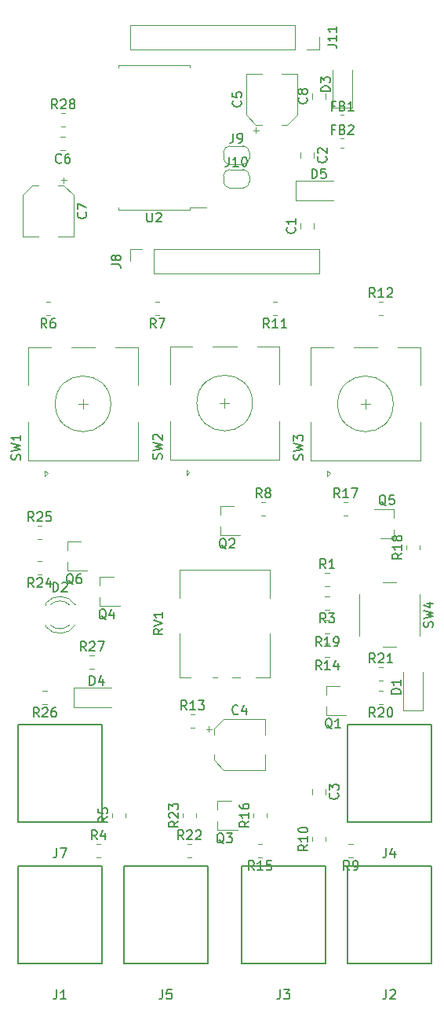
<source format=gto>
%TF.GenerationSoftware,KiCad,Pcbnew,(5.1.10)-1*%
%TF.CreationDate,2022-04-24T20:33:29+02:00*%
%TF.ProjectId,eugenio,65756765-6e69-46f2-9e6b-696361645f70,rev?*%
%TF.SameCoordinates,Original*%
%TF.FileFunction,Legend,Top*%
%TF.FilePolarity,Positive*%
%FSLAX46Y46*%
G04 Gerber Fmt 4.6, Leading zero omitted, Abs format (unit mm)*
G04 Created by KiCad (PCBNEW (5.1.10)-1) date 2022-04-24 20:33:29*
%MOMM*%
%LPD*%
G01*
G04 APERTURE LIST*
%ADD10C,0.200000*%
%ADD11C,0.120000*%
%ADD12C,0.150000*%
G04 APERTURE END LIST*
D10*
%TO.C,J2*%
X86940000Y-151480000D02*
X86940000Y-161980000D01*
X86940000Y-161980000D02*
X95940000Y-161980000D01*
X95940000Y-161980000D02*
X95940000Y-151480000D01*
X95940000Y-151480000D02*
X86940000Y-151480000D01*
%TO.C,J1*%
X60380000Y-151480000D02*
X51380000Y-151480000D01*
X60380000Y-161980000D02*
X60380000Y-151480000D01*
X51380000Y-161980000D02*
X60380000Y-161980000D01*
X51380000Y-151480000D02*
X51380000Y-161980000D01*
D11*
%TO.C,U2*%
X66040000Y-65215000D02*
X62180000Y-65215000D01*
X62180000Y-65215000D02*
X62180000Y-65505000D01*
X66040000Y-65215000D02*
X69900000Y-65215000D01*
X69900000Y-65215000D02*
X69900000Y-65505000D01*
X66040000Y-80835000D02*
X62180000Y-80835000D01*
X62180000Y-80835000D02*
X62180000Y-80545000D01*
X66040000Y-80835000D02*
X69900000Y-80835000D01*
X69900000Y-80835000D02*
X69900000Y-80545000D01*
X69900000Y-80545000D02*
X71690000Y-80545000D01*
%TO.C,J8*%
X66040000Y-87690000D02*
X66040000Y-85030000D01*
X66040000Y-87690000D02*
X83880000Y-87690000D01*
X83880000Y-87690000D02*
X83880000Y-85030000D01*
X66040000Y-85030000D02*
X83880000Y-85030000D01*
X63440000Y-85030000D02*
X64770000Y-85030000D01*
X63440000Y-86360000D02*
X63440000Y-85030000D01*
%TO.C,C3*%
X84555000Y-143248748D02*
X84555000Y-143771252D01*
X83085000Y-143248748D02*
X83085000Y-143771252D01*
%TO.C,R24*%
X53924564Y-120115000D02*
X53470436Y-120115000D01*
X53924564Y-118645000D02*
X53470436Y-118645000D01*
%TO.C,R22*%
X69622936Y-149125000D02*
X70077064Y-149125000D01*
X69622936Y-150595000D02*
X70077064Y-150595000D01*
%TO.C,RV1*%
X78530000Y-119610000D02*
X68790000Y-119610000D01*
X78530000Y-131200000D02*
X77040000Y-131200000D01*
X78530000Y-122670000D02*
X78530000Y-119610000D01*
X68780000Y-131200000D02*
X68780000Y-126480000D01*
X68790000Y-122670000D02*
X68790000Y-119610000D01*
X78530000Y-131200000D02*
X78530000Y-126480000D01*
X69970000Y-131200000D02*
X68790000Y-131200000D01*
X72870000Y-131200000D02*
X72340000Y-131200000D01*
X75320000Y-131200000D02*
X74490000Y-131200000D01*
%TO.C,R16*%
X76735000Y-146277064D02*
X76735000Y-145822936D01*
X78205000Y-146277064D02*
X78205000Y-145822936D01*
%TO.C,R15*%
X77697064Y-150595000D02*
X77242936Y-150595000D01*
X77697064Y-149125000D02*
X77242936Y-149125000D01*
%TO.C,D1*%
X92895000Y-130635000D02*
X92895000Y-134720000D01*
X92895000Y-134720000D02*
X95065000Y-134720000D01*
X95065000Y-134720000D02*
X95065000Y-130635000D01*
%TO.C,D5*%
X85420000Y-77655000D02*
X81335000Y-77655000D01*
X81335000Y-77655000D02*
X81335000Y-79825000D01*
X81335000Y-79825000D02*
X85420000Y-79825000D01*
%TO.C,SW3*%
X88860000Y-102220000D02*
X88860000Y-101220000D01*
X88360000Y-101720000D02*
X89360000Y-101720000D01*
X92360000Y-95620000D02*
X94760000Y-95620000D01*
X87560000Y-95620000D02*
X90160000Y-95620000D01*
X82960000Y-95620000D02*
X85360000Y-95620000D01*
X84760000Y-108920000D02*
X85060000Y-109220000D01*
X84760000Y-109520000D02*
X84760000Y-108920000D01*
X85060000Y-109220000D02*
X84760000Y-109520000D01*
X82960000Y-107820000D02*
X94760000Y-107820000D01*
X82960000Y-103720000D02*
X82960000Y-107820000D01*
X94760000Y-103720000D02*
X94760000Y-107820000D01*
X94760000Y-95620000D02*
X94760000Y-99720000D01*
X82960000Y-99720000D02*
X82960000Y-95620000D01*
X91860000Y-101720000D02*
G75*
G03*
X91860000Y-101720000I-3000000J0D01*
G01*
%TO.C,D4*%
X61445000Y-132265000D02*
X57360000Y-132265000D01*
X57360000Y-132265000D02*
X57360000Y-134435000D01*
X57360000Y-134435000D02*
X61445000Y-134435000D01*
%TO.C,SW2*%
X73660000Y-102132663D02*
X73660000Y-101132663D01*
X73160000Y-101632663D02*
X74160000Y-101632663D01*
X77160000Y-95532663D02*
X79560000Y-95532663D01*
X72360000Y-95532663D02*
X74960000Y-95532663D01*
X67760000Y-95532663D02*
X70160000Y-95532663D01*
X69560000Y-108832663D02*
X69860000Y-109132663D01*
X69560000Y-109432663D02*
X69560000Y-108832663D01*
X69860000Y-109132663D02*
X69560000Y-109432663D01*
X67760000Y-107732663D02*
X79560000Y-107732663D01*
X67760000Y-103632663D02*
X67760000Y-107732663D01*
X79560000Y-103632663D02*
X79560000Y-107732663D01*
X79560000Y-95532663D02*
X79560000Y-99632663D01*
X67760000Y-99632663D02*
X67760000Y-95532663D01*
X76660000Y-101632663D02*
G75*
G03*
X76660000Y-101632663I-3000000J0D01*
G01*
%TO.C,R25*%
X53470436Y-114835000D02*
X53924564Y-114835000D01*
X53470436Y-116305000D02*
X53924564Y-116305000D01*
%TO.C,C1*%
X81815000Y-82811252D02*
X81815000Y-82288748D01*
X83285000Y-82811252D02*
X83285000Y-82288748D01*
%TO.C,C2*%
X83285000Y-74668748D02*
X83285000Y-75191252D01*
X81815000Y-74668748D02*
X81815000Y-75191252D01*
%TO.C,C4*%
X78030000Y-141190000D02*
X78030000Y-139490000D01*
X78030000Y-135670000D02*
X78030000Y-137370000D01*
X73574437Y-135670000D02*
X78030000Y-135670000D01*
X73574437Y-141190000D02*
X78030000Y-141190000D01*
X72510000Y-140125563D02*
X72510000Y-139490000D01*
X72510000Y-136734437D02*
X72510000Y-137370000D01*
X72510000Y-136734437D02*
X73574437Y-135670000D01*
X72510000Y-140125563D02*
X73574437Y-141190000D01*
X71645000Y-136745000D02*
X72270000Y-136745000D01*
X71957500Y-136432500D02*
X71957500Y-137057500D01*
%TO.C,R27*%
X59105436Y-128805000D02*
X59559564Y-128805000D01*
X59105436Y-130275000D02*
X59559564Y-130275000D01*
%TO.C,C8*%
X83085000Y-68841252D02*
X83085000Y-68318748D01*
X84555000Y-68841252D02*
X84555000Y-68318748D01*
%TO.C,R28*%
X56010436Y-70385000D02*
X56464564Y-70385000D01*
X56010436Y-71855000D02*
X56464564Y-71855000D01*
%TO.C,C7*%
X51850000Y-83700000D02*
X53550000Y-83700000D01*
X57370000Y-83700000D02*
X55670000Y-83700000D01*
X57370000Y-79244437D02*
X57370000Y-83700000D01*
X51850000Y-79244437D02*
X51850000Y-83700000D01*
X52914437Y-78180000D02*
X53550000Y-78180000D01*
X56305563Y-78180000D02*
X55670000Y-78180000D01*
X56305563Y-78180000D02*
X57370000Y-79244437D01*
X52914437Y-78180000D02*
X51850000Y-79244437D01*
X56295000Y-77315000D02*
X56295000Y-77940000D01*
X56607500Y-77627500D02*
X55982500Y-77627500D01*
%TO.C,SW4*%
X88193545Y-122183950D02*
X88193545Y-126683950D01*
X92193545Y-120933950D02*
X90693545Y-120933950D01*
X94693545Y-126683950D02*
X94693545Y-122183950D01*
X90693545Y-127933950D02*
X92193545Y-127933950D01*
%TO.C,R26*%
X54479564Y-134085000D02*
X54025436Y-134085000D01*
X54479564Y-132615000D02*
X54025436Y-132615000D01*
%TO.C,R20*%
X90754564Y-134085000D02*
X90300436Y-134085000D01*
X90754564Y-132615000D02*
X90300436Y-132615000D01*
%TO.C,R19*%
X84959564Y-126465000D02*
X84505436Y-126465000D01*
X84959564Y-124995000D02*
X84505436Y-124995000D01*
%TO.C,C6*%
X56461252Y-74395000D02*
X55938748Y-74395000D01*
X56461252Y-72925000D02*
X55938748Y-72925000D01*
%TO.C,SW1*%
X58380000Y-102220000D02*
X58380000Y-101220000D01*
X57880000Y-101720000D02*
X58880000Y-101720000D01*
X61880000Y-95620000D02*
X64280000Y-95620000D01*
X57080000Y-95620000D02*
X59680000Y-95620000D01*
X52480000Y-95620000D02*
X54880000Y-95620000D01*
X54280000Y-108920000D02*
X54580000Y-109220000D01*
X54280000Y-109520000D02*
X54280000Y-108920000D01*
X54580000Y-109220000D02*
X54280000Y-109520000D01*
X52480000Y-107820000D02*
X64280000Y-107820000D01*
X52480000Y-103720000D02*
X52480000Y-107820000D01*
X64280000Y-103720000D02*
X64280000Y-107820000D01*
X64280000Y-95620000D02*
X64280000Y-99720000D01*
X52480000Y-99720000D02*
X52480000Y-95620000D01*
X61380000Y-101720000D02*
G75*
G03*
X61380000Y-101720000I-3000000J0D01*
G01*
%TO.C,R23*%
X69115000Y-146277064D02*
X69115000Y-145822936D01*
X70585000Y-146277064D02*
X70585000Y-145822936D01*
%TO.C,R21*%
X90300436Y-130075000D02*
X90754564Y-130075000D01*
X90300436Y-131545000D02*
X90754564Y-131545000D01*
%TO.C,D3*%
X85275000Y-65710000D02*
X85275000Y-69795000D01*
X85275000Y-69795000D02*
X87445000Y-69795000D01*
X87445000Y-69795000D02*
X87445000Y-65710000D01*
%TO.C,R14*%
X84959564Y-129005000D02*
X84505436Y-129005000D01*
X84959564Y-127535000D02*
X84505436Y-127535000D01*
%TO.C,R18*%
X93245000Y-117424564D02*
X93245000Y-116970436D01*
X94715000Y-117424564D02*
X94715000Y-116970436D01*
%TO.C,R6*%
X54837064Y-92175000D02*
X54382936Y-92175000D01*
X54837064Y-90705000D02*
X54382936Y-90705000D01*
%TO.C,Q2*%
X73170000Y-112720000D02*
X73170000Y-113650000D01*
X73170000Y-115880000D02*
X73170000Y-114950000D01*
X73170000Y-115880000D02*
X75330000Y-115880000D01*
X73170000Y-112720000D02*
X74630000Y-112720000D01*
%TO.C,C5*%
X81500000Y-66160000D02*
X79800000Y-66160000D01*
X75980000Y-66160000D02*
X77680000Y-66160000D01*
X75980000Y-70615563D02*
X75980000Y-66160000D01*
X81500000Y-70615563D02*
X81500000Y-66160000D01*
X80435563Y-71680000D02*
X79800000Y-71680000D01*
X77044437Y-71680000D02*
X77680000Y-71680000D01*
X77044437Y-71680000D02*
X75980000Y-70615563D01*
X80435563Y-71680000D02*
X81500000Y-70615563D01*
X77055000Y-72545000D02*
X77055000Y-71920000D01*
X76742500Y-72232500D02*
X77367500Y-72232500D01*
%TO.C,R17*%
X86490436Y-112295000D02*
X86944564Y-112295000D01*
X86490436Y-113765000D02*
X86944564Y-113765000D01*
D10*
%TO.C,J7*%
X51380000Y-136240000D02*
X51380000Y-146740000D01*
X51380000Y-146740000D02*
X60380000Y-146740000D01*
X60380000Y-146740000D02*
X60380000Y-136240000D01*
X60380000Y-136240000D02*
X51380000Y-136240000D01*
D11*
%TO.C,Q4*%
X60200000Y-120340000D02*
X60200000Y-121270000D01*
X60200000Y-123500000D02*
X60200000Y-122570000D01*
X60200000Y-123500000D02*
X62360000Y-123500000D01*
X60200000Y-120340000D02*
X61660000Y-120340000D01*
%TO.C,R12*%
X90300436Y-90705000D02*
X90754564Y-90705000D01*
X90300436Y-92175000D02*
X90754564Y-92175000D01*
D10*
%TO.C,J3*%
X75510000Y-151480000D02*
X75510000Y-161980000D01*
X75510000Y-161980000D02*
X84510000Y-161980000D01*
X84510000Y-161980000D02*
X84510000Y-151480000D01*
X84510000Y-151480000D02*
X75510000Y-151480000D01*
D11*
%TO.C,J11*%
X81280000Y-60900000D02*
X81280000Y-63560000D01*
X81280000Y-60900000D02*
X63440000Y-60900000D01*
X63440000Y-60900000D02*
X63440000Y-63560000D01*
X81280000Y-63560000D02*
X63440000Y-63560000D01*
X83880000Y-63560000D02*
X82550000Y-63560000D01*
X83880000Y-62230000D02*
X83880000Y-63560000D01*
%TO.C,Q5*%
X91930000Y-116200000D02*
X91930000Y-115270000D01*
X91930000Y-113040000D02*
X91930000Y-113970000D01*
X91930000Y-113040000D02*
X89770000Y-113040000D01*
X91930000Y-116200000D02*
X90470000Y-116200000D01*
%TO.C,Q3*%
X72900000Y-144470000D02*
X72900000Y-145400000D01*
X72900000Y-147630000D02*
X72900000Y-146700000D01*
X72900000Y-147630000D02*
X75060000Y-147630000D01*
X72900000Y-144470000D02*
X74360000Y-144470000D01*
%TO.C,R1*%
X84505436Y-119915000D02*
X84959564Y-119915000D01*
X84505436Y-121385000D02*
X84959564Y-121385000D01*
%TO.C,R11*%
X79324564Y-92175000D02*
X78870436Y-92175000D01*
X79324564Y-90705000D02*
X78870436Y-90705000D01*
%TO.C,Q1*%
X84600000Y-132090000D02*
X84600000Y-133020000D01*
X84600000Y-135250000D02*
X84600000Y-134320000D01*
X84600000Y-135250000D02*
X86760000Y-135250000D01*
X84600000Y-132090000D02*
X86060000Y-132090000D01*
%TO.C,FB2*%
X86197221Y-73150000D02*
X86522779Y-73150000D01*
X86197221Y-74170000D02*
X86522779Y-74170000D01*
%TO.C,FB1*%
X86197221Y-71630000D02*
X86522779Y-71630000D01*
X86197221Y-70610000D02*
X86522779Y-70610000D01*
%TO.C,R13*%
X69980436Y-135155000D02*
X70434564Y-135155000D01*
X69980436Y-136625000D02*
X70434564Y-136625000D01*
%TO.C,R10*%
X83085000Y-148817064D02*
X83085000Y-148362936D01*
X84555000Y-148817064D02*
X84555000Y-148362936D01*
%TO.C,J10*%
X73530000Y-77770000D02*
X73530000Y-77170000D01*
X75630000Y-78470000D02*
X74230000Y-78470000D01*
X76330000Y-77170000D02*
X76330000Y-77770000D01*
X74230000Y-76470000D02*
X75630000Y-76470000D01*
X73530000Y-77170000D02*
G75*
G02*
X74230000Y-76470000I700000J0D01*
G01*
X74230000Y-78470000D02*
G75*
G02*
X73530000Y-77770000I0J700000D01*
G01*
X76330000Y-77770000D02*
G75*
G02*
X75630000Y-78470000I-700000J0D01*
G01*
X75630000Y-76470000D02*
G75*
G02*
X76330000Y-77170000I0J-700000D01*
G01*
%TO.C,J9*%
X73530000Y-75230000D02*
X73530000Y-74630000D01*
X75630000Y-75930000D02*
X74230000Y-75930000D01*
X76330000Y-74630000D02*
X76330000Y-75230000D01*
X74230000Y-73930000D02*
X75630000Y-73930000D01*
X73530000Y-74630000D02*
G75*
G02*
X74230000Y-73930000I700000J0D01*
G01*
X74230000Y-75930000D02*
G75*
G02*
X73530000Y-75230000I0J700000D01*
G01*
X76330000Y-75230000D02*
G75*
G02*
X75630000Y-75930000I-700000J0D01*
G01*
X75630000Y-73930000D02*
G75*
G02*
X76330000Y-74630000I0J-700000D01*
G01*
%TO.C,R8*%
X77600436Y-112295000D02*
X78054564Y-112295000D01*
X77600436Y-113765000D02*
X78054564Y-113765000D01*
%TO.C,R7*%
X66624564Y-92175000D02*
X66170436Y-92175000D01*
X66624564Y-90705000D02*
X66170436Y-90705000D01*
%TO.C,R4*%
X59820436Y-149125000D02*
X60274564Y-149125000D01*
X59820436Y-150595000D02*
X60274564Y-150595000D01*
D10*
%TO.C,J5*%
X71810000Y-151480000D02*
X62810000Y-151480000D01*
X71810000Y-161980000D02*
X71810000Y-151480000D01*
X62810000Y-161980000D02*
X71810000Y-161980000D01*
X62810000Y-151480000D02*
X62810000Y-161980000D01*
D11*
%TO.C,D2*%
X54320000Y-125540000D02*
X54320000Y-125696000D01*
X54320000Y-123224000D02*
X54320000Y-123380000D01*
X56921130Y-125539837D02*
G75*
G02*
X54839039Y-125540000I-1041130J1079837D01*
G01*
X56921130Y-123380163D02*
G75*
G03*
X54839039Y-123380000I-1041130J-1079837D01*
G01*
X57552335Y-125538608D02*
G75*
G02*
X54320000Y-125695516I-1672335J1078608D01*
G01*
X57552335Y-123381392D02*
G75*
G03*
X54320000Y-123224484I-1672335J-1078608D01*
G01*
%TO.C,R5*%
X61495000Y-146277064D02*
X61495000Y-145822936D01*
X62965000Y-146277064D02*
X62965000Y-145822936D01*
%TO.C,R3*%
X84959564Y-123925000D02*
X84505436Y-123925000D01*
X84959564Y-122455000D02*
X84505436Y-122455000D01*
%TO.C,Q6*%
X56660000Y-116530000D02*
X56660000Y-117460000D01*
X56660000Y-119690000D02*
X56660000Y-118760000D01*
X56660000Y-119690000D02*
X58820000Y-119690000D01*
X56660000Y-116530000D02*
X58120000Y-116530000D01*
D10*
%TO.C,J4*%
X95940000Y-136240000D02*
X86940000Y-136240000D01*
X95940000Y-146740000D02*
X95940000Y-136240000D01*
X86940000Y-146740000D02*
X95940000Y-146740000D01*
X86940000Y-136240000D02*
X86940000Y-146740000D01*
D11*
%TO.C,R9*%
X87499564Y-150595000D02*
X87045436Y-150595000D01*
X87499564Y-149125000D02*
X87045436Y-149125000D01*
%TO.C,J2*%
D12*
X91106666Y-164832380D02*
X91106666Y-165546666D01*
X91059047Y-165689523D01*
X90963809Y-165784761D01*
X90820952Y-165832380D01*
X90725714Y-165832380D01*
X91535238Y-164927619D02*
X91582857Y-164880000D01*
X91678095Y-164832380D01*
X91916190Y-164832380D01*
X92011428Y-164880000D01*
X92059047Y-164927619D01*
X92106666Y-165022857D01*
X92106666Y-165118095D01*
X92059047Y-165260952D01*
X91487619Y-165832380D01*
X92106666Y-165832380D01*
%TO.C,J1*%
X55546666Y-164832380D02*
X55546666Y-165546666D01*
X55499047Y-165689523D01*
X55403809Y-165784761D01*
X55260952Y-165832380D01*
X55165714Y-165832380D01*
X56546666Y-165832380D02*
X55975238Y-165832380D01*
X56260952Y-165832380D02*
X56260952Y-164832380D01*
X56165714Y-164975238D01*
X56070476Y-165070476D01*
X55975238Y-165118095D01*
%TO.C,U2*%
X65278095Y-81127380D02*
X65278095Y-81936904D01*
X65325714Y-82032142D01*
X65373333Y-82079761D01*
X65468571Y-82127380D01*
X65659047Y-82127380D01*
X65754285Y-82079761D01*
X65801904Y-82032142D01*
X65849523Y-81936904D01*
X65849523Y-81127380D01*
X66278095Y-81222619D02*
X66325714Y-81175000D01*
X66420952Y-81127380D01*
X66659047Y-81127380D01*
X66754285Y-81175000D01*
X66801904Y-81222619D01*
X66849523Y-81317857D01*
X66849523Y-81413095D01*
X66801904Y-81555952D01*
X66230476Y-82127380D01*
X66849523Y-82127380D01*
%TO.C,J8*%
X61452380Y-86693333D02*
X62166666Y-86693333D01*
X62309523Y-86740952D01*
X62404761Y-86836190D01*
X62452380Y-86979047D01*
X62452380Y-87074285D01*
X61880952Y-86074285D02*
X61833333Y-86169523D01*
X61785714Y-86217142D01*
X61690476Y-86264761D01*
X61642857Y-86264761D01*
X61547619Y-86217142D01*
X61500000Y-86169523D01*
X61452380Y-86074285D01*
X61452380Y-85883809D01*
X61500000Y-85788571D01*
X61547619Y-85740952D01*
X61642857Y-85693333D01*
X61690476Y-85693333D01*
X61785714Y-85740952D01*
X61833333Y-85788571D01*
X61880952Y-85883809D01*
X61880952Y-86074285D01*
X61928571Y-86169523D01*
X61976190Y-86217142D01*
X62071428Y-86264761D01*
X62261904Y-86264761D01*
X62357142Y-86217142D01*
X62404761Y-86169523D01*
X62452380Y-86074285D01*
X62452380Y-85883809D01*
X62404761Y-85788571D01*
X62357142Y-85740952D01*
X62261904Y-85693333D01*
X62071428Y-85693333D01*
X61976190Y-85740952D01*
X61928571Y-85788571D01*
X61880952Y-85883809D01*
%TO.C,C3*%
X85857142Y-143676666D02*
X85904761Y-143724285D01*
X85952380Y-143867142D01*
X85952380Y-143962380D01*
X85904761Y-144105238D01*
X85809523Y-144200476D01*
X85714285Y-144248095D01*
X85523809Y-144295714D01*
X85380952Y-144295714D01*
X85190476Y-144248095D01*
X85095238Y-144200476D01*
X85000000Y-144105238D01*
X84952380Y-143962380D01*
X84952380Y-143867142D01*
X85000000Y-143724285D01*
X85047619Y-143676666D01*
X84952380Y-143343333D02*
X84952380Y-142724285D01*
X85333333Y-143057619D01*
X85333333Y-142914761D01*
X85380952Y-142819523D01*
X85428571Y-142771904D01*
X85523809Y-142724285D01*
X85761904Y-142724285D01*
X85857142Y-142771904D01*
X85904761Y-142819523D01*
X85952380Y-142914761D01*
X85952380Y-143200476D01*
X85904761Y-143295714D01*
X85857142Y-143343333D01*
%TO.C,R24*%
X53054642Y-121482380D02*
X52721309Y-121006190D01*
X52483214Y-121482380D02*
X52483214Y-120482380D01*
X52864166Y-120482380D01*
X52959404Y-120530000D01*
X53007023Y-120577619D01*
X53054642Y-120672857D01*
X53054642Y-120815714D01*
X53007023Y-120910952D01*
X52959404Y-120958571D01*
X52864166Y-121006190D01*
X52483214Y-121006190D01*
X53435595Y-120577619D02*
X53483214Y-120530000D01*
X53578452Y-120482380D01*
X53816547Y-120482380D01*
X53911785Y-120530000D01*
X53959404Y-120577619D01*
X54007023Y-120672857D01*
X54007023Y-120768095D01*
X53959404Y-120910952D01*
X53387976Y-121482380D01*
X54007023Y-121482380D01*
X54864166Y-120815714D02*
X54864166Y-121482380D01*
X54626071Y-120434761D02*
X54387976Y-121149047D01*
X55007023Y-121149047D01*
%TO.C,R22*%
X69207142Y-148662380D02*
X68873809Y-148186190D01*
X68635714Y-148662380D02*
X68635714Y-147662380D01*
X69016666Y-147662380D01*
X69111904Y-147710000D01*
X69159523Y-147757619D01*
X69207142Y-147852857D01*
X69207142Y-147995714D01*
X69159523Y-148090952D01*
X69111904Y-148138571D01*
X69016666Y-148186190D01*
X68635714Y-148186190D01*
X69588095Y-147757619D02*
X69635714Y-147710000D01*
X69730952Y-147662380D01*
X69969047Y-147662380D01*
X70064285Y-147710000D01*
X70111904Y-147757619D01*
X70159523Y-147852857D01*
X70159523Y-147948095D01*
X70111904Y-148090952D01*
X69540476Y-148662380D01*
X70159523Y-148662380D01*
X70540476Y-147757619D02*
X70588095Y-147710000D01*
X70683333Y-147662380D01*
X70921428Y-147662380D01*
X71016666Y-147710000D01*
X71064285Y-147757619D01*
X71111904Y-147852857D01*
X71111904Y-147948095D01*
X71064285Y-148090952D01*
X70492857Y-148662380D01*
X71111904Y-148662380D01*
%TO.C,RV1*%
X66972380Y-125965238D02*
X66496190Y-126298571D01*
X66972380Y-126536666D02*
X65972380Y-126536666D01*
X65972380Y-126155714D01*
X66020000Y-126060476D01*
X66067619Y-126012857D01*
X66162857Y-125965238D01*
X66305714Y-125965238D01*
X66400952Y-126012857D01*
X66448571Y-126060476D01*
X66496190Y-126155714D01*
X66496190Y-126536666D01*
X65972380Y-125679523D02*
X66972380Y-125346190D01*
X65972380Y-125012857D01*
X66972380Y-124155714D02*
X66972380Y-124727142D01*
X66972380Y-124441428D02*
X65972380Y-124441428D01*
X66115238Y-124536666D01*
X66210476Y-124631904D01*
X66258095Y-124727142D01*
%TO.C,R16*%
X76272380Y-146692857D02*
X75796190Y-147026190D01*
X76272380Y-147264285D02*
X75272380Y-147264285D01*
X75272380Y-146883333D01*
X75320000Y-146788095D01*
X75367619Y-146740476D01*
X75462857Y-146692857D01*
X75605714Y-146692857D01*
X75700952Y-146740476D01*
X75748571Y-146788095D01*
X75796190Y-146883333D01*
X75796190Y-147264285D01*
X76272380Y-145740476D02*
X76272380Y-146311904D01*
X76272380Y-146026190D02*
X75272380Y-146026190D01*
X75415238Y-146121428D01*
X75510476Y-146216666D01*
X75558095Y-146311904D01*
X75272380Y-144883333D02*
X75272380Y-145073809D01*
X75320000Y-145169047D01*
X75367619Y-145216666D01*
X75510476Y-145311904D01*
X75700952Y-145359523D01*
X76081904Y-145359523D01*
X76177142Y-145311904D01*
X76224761Y-145264285D01*
X76272380Y-145169047D01*
X76272380Y-144978571D01*
X76224761Y-144883333D01*
X76177142Y-144835714D01*
X76081904Y-144788095D01*
X75843809Y-144788095D01*
X75748571Y-144835714D01*
X75700952Y-144883333D01*
X75653333Y-144978571D01*
X75653333Y-145169047D01*
X75700952Y-145264285D01*
X75748571Y-145311904D01*
X75843809Y-145359523D01*
%TO.C,R15*%
X76827142Y-151962380D02*
X76493809Y-151486190D01*
X76255714Y-151962380D02*
X76255714Y-150962380D01*
X76636666Y-150962380D01*
X76731904Y-151010000D01*
X76779523Y-151057619D01*
X76827142Y-151152857D01*
X76827142Y-151295714D01*
X76779523Y-151390952D01*
X76731904Y-151438571D01*
X76636666Y-151486190D01*
X76255714Y-151486190D01*
X77779523Y-151962380D02*
X77208095Y-151962380D01*
X77493809Y-151962380D02*
X77493809Y-150962380D01*
X77398571Y-151105238D01*
X77303333Y-151200476D01*
X77208095Y-151248095D01*
X78684285Y-150962380D02*
X78208095Y-150962380D01*
X78160476Y-151438571D01*
X78208095Y-151390952D01*
X78303333Y-151343333D01*
X78541428Y-151343333D01*
X78636666Y-151390952D01*
X78684285Y-151438571D01*
X78731904Y-151533809D01*
X78731904Y-151771904D01*
X78684285Y-151867142D01*
X78636666Y-151914761D01*
X78541428Y-151962380D01*
X78303333Y-151962380D01*
X78208095Y-151914761D01*
X78160476Y-151867142D01*
%TO.C,D1*%
X92652380Y-132973095D02*
X91652380Y-132973095D01*
X91652380Y-132735000D01*
X91700000Y-132592142D01*
X91795238Y-132496904D01*
X91890476Y-132449285D01*
X92080952Y-132401666D01*
X92223809Y-132401666D01*
X92414285Y-132449285D01*
X92509523Y-132496904D01*
X92604761Y-132592142D01*
X92652380Y-132735000D01*
X92652380Y-132973095D01*
X92652380Y-131449285D02*
X92652380Y-132020714D01*
X92652380Y-131735000D02*
X91652380Y-131735000D01*
X91795238Y-131830238D01*
X91890476Y-131925476D01*
X91938095Y-132020714D01*
%TO.C,D5*%
X83081904Y-77412380D02*
X83081904Y-76412380D01*
X83320000Y-76412380D01*
X83462857Y-76460000D01*
X83558095Y-76555238D01*
X83605714Y-76650476D01*
X83653333Y-76840952D01*
X83653333Y-76983809D01*
X83605714Y-77174285D01*
X83558095Y-77269523D01*
X83462857Y-77364761D01*
X83320000Y-77412380D01*
X83081904Y-77412380D01*
X84558095Y-76412380D02*
X84081904Y-76412380D01*
X84034285Y-76888571D01*
X84081904Y-76840952D01*
X84177142Y-76793333D01*
X84415238Y-76793333D01*
X84510476Y-76840952D01*
X84558095Y-76888571D01*
X84605714Y-76983809D01*
X84605714Y-77221904D01*
X84558095Y-77317142D01*
X84510476Y-77364761D01*
X84415238Y-77412380D01*
X84177142Y-77412380D01*
X84081904Y-77364761D01*
X84034285Y-77317142D01*
%TO.C,SW3*%
X82064761Y-107753333D02*
X82112380Y-107610476D01*
X82112380Y-107372380D01*
X82064761Y-107277142D01*
X82017142Y-107229523D01*
X81921904Y-107181904D01*
X81826666Y-107181904D01*
X81731428Y-107229523D01*
X81683809Y-107277142D01*
X81636190Y-107372380D01*
X81588571Y-107562857D01*
X81540952Y-107658095D01*
X81493333Y-107705714D01*
X81398095Y-107753333D01*
X81302857Y-107753333D01*
X81207619Y-107705714D01*
X81160000Y-107658095D01*
X81112380Y-107562857D01*
X81112380Y-107324761D01*
X81160000Y-107181904D01*
X81112380Y-106848571D02*
X82112380Y-106610476D01*
X81398095Y-106420000D01*
X82112380Y-106229523D01*
X81112380Y-105991428D01*
X81112380Y-105705714D02*
X81112380Y-105086666D01*
X81493333Y-105420000D01*
X81493333Y-105277142D01*
X81540952Y-105181904D01*
X81588571Y-105134285D01*
X81683809Y-105086666D01*
X81921904Y-105086666D01*
X82017142Y-105134285D01*
X82064761Y-105181904D01*
X82112380Y-105277142D01*
X82112380Y-105562857D01*
X82064761Y-105658095D01*
X82017142Y-105705714D01*
%TO.C,D4*%
X59106904Y-132022380D02*
X59106904Y-131022380D01*
X59345000Y-131022380D01*
X59487857Y-131070000D01*
X59583095Y-131165238D01*
X59630714Y-131260476D01*
X59678333Y-131450952D01*
X59678333Y-131593809D01*
X59630714Y-131784285D01*
X59583095Y-131879523D01*
X59487857Y-131974761D01*
X59345000Y-132022380D01*
X59106904Y-132022380D01*
X60535476Y-131355714D02*
X60535476Y-132022380D01*
X60297380Y-130974761D02*
X60059285Y-131689047D01*
X60678333Y-131689047D01*
%TO.C,SW2*%
X66864761Y-107665996D02*
X66912380Y-107523139D01*
X66912380Y-107285043D01*
X66864761Y-107189805D01*
X66817142Y-107142186D01*
X66721904Y-107094567D01*
X66626666Y-107094567D01*
X66531428Y-107142186D01*
X66483809Y-107189805D01*
X66436190Y-107285043D01*
X66388571Y-107475520D01*
X66340952Y-107570758D01*
X66293333Y-107618377D01*
X66198095Y-107665996D01*
X66102857Y-107665996D01*
X66007619Y-107618377D01*
X65960000Y-107570758D01*
X65912380Y-107475520D01*
X65912380Y-107237424D01*
X65960000Y-107094567D01*
X65912380Y-106761234D02*
X66912380Y-106523139D01*
X66198095Y-106332663D01*
X66912380Y-106142186D01*
X65912380Y-105904091D01*
X66007619Y-105570758D02*
X65960000Y-105523139D01*
X65912380Y-105427901D01*
X65912380Y-105189805D01*
X65960000Y-105094567D01*
X66007619Y-105046948D01*
X66102857Y-104999329D01*
X66198095Y-104999329D01*
X66340952Y-105046948D01*
X66912380Y-105618377D01*
X66912380Y-104999329D01*
%TO.C,R25*%
X53054642Y-114372380D02*
X52721309Y-113896190D01*
X52483214Y-114372380D02*
X52483214Y-113372380D01*
X52864166Y-113372380D01*
X52959404Y-113420000D01*
X53007023Y-113467619D01*
X53054642Y-113562857D01*
X53054642Y-113705714D01*
X53007023Y-113800952D01*
X52959404Y-113848571D01*
X52864166Y-113896190D01*
X52483214Y-113896190D01*
X53435595Y-113467619D02*
X53483214Y-113420000D01*
X53578452Y-113372380D01*
X53816547Y-113372380D01*
X53911785Y-113420000D01*
X53959404Y-113467619D01*
X54007023Y-113562857D01*
X54007023Y-113658095D01*
X53959404Y-113800952D01*
X53387976Y-114372380D01*
X54007023Y-114372380D01*
X54911785Y-113372380D02*
X54435595Y-113372380D01*
X54387976Y-113848571D01*
X54435595Y-113800952D01*
X54530833Y-113753333D01*
X54768928Y-113753333D01*
X54864166Y-113800952D01*
X54911785Y-113848571D01*
X54959404Y-113943809D01*
X54959404Y-114181904D01*
X54911785Y-114277142D01*
X54864166Y-114324761D01*
X54768928Y-114372380D01*
X54530833Y-114372380D01*
X54435595Y-114324761D01*
X54387976Y-114277142D01*
%TO.C,C1*%
X81227142Y-82716666D02*
X81274761Y-82764285D01*
X81322380Y-82907142D01*
X81322380Y-83002380D01*
X81274761Y-83145238D01*
X81179523Y-83240476D01*
X81084285Y-83288095D01*
X80893809Y-83335714D01*
X80750952Y-83335714D01*
X80560476Y-83288095D01*
X80465238Y-83240476D01*
X80370000Y-83145238D01*
X80322380Y-83002380D01*
X80322380Y-82907142D01*
X80370000Y-82764285D01*
X80417619Y-82716666D01*
X81322380Y-81764285D02*
X81322380Y-82335714D01*
X81322380Y-82050000D02*
X80322380Y-82050000D01*
X80465238Y-82145238D01*
X80560476Y-82240476D01*
X80608095Y-82335714D01*
%TO.C,C2*%
X84587142Y-75096666D02*
X84634761Y-75144285D01*
X84682380Y-75287142D01*
X84682380Y-75382380D01*
X84634761Y-75525238D01*
X84539523Y-75620476D01*
X84444285Y-75668095D01*
X84253809Y-75715714D01*
X84110952Y-75715714D01*
X83920476Y-75668095D01*
X83825238Y-75620476D01*
X83730000Y-75525238D01*
X83682380Y-75382380D01*
X83682380Y-75287142D01*
X83730000Y-75144285D01*
X83777619Y-75096666D01*
X83777619Y-74715714D02*
X83730000Y-74668095D01*
X83682380Y-74572857D01*
X83682380Y-74334761D01*
X83730000Y-74239523D01*
X83777619Y-74191904D01*
X83872857Y-74144285D01*
X83968095Y-74144285D01*
X84110952Y-74191904D01*
X84682380Y-74763333D01*
X84682380Y-74144285D01*
%TO.C,C4*%
X75103333Y-135087142D02*
X75055714Y-135134761D01*
X74912857Y-135182380D01*
X74817619Y-135182380D01*
X74674761Y-135134761D01*
X74579523Y-135039523D01*
X74531904Y-134944285D01*
X74484285Y-134753809D01*
X74484285Y-134610952D01*
X74531904Y-134420476D01*
X74579523Y-134325238D01*
X74674761Y-134230000D01*
X74817619Y-134182380D01*
X74912857Y-134182380D01*
X75055714Y-134230000D01*
X75103333Y-134277619D01*
X75960476Y-134515714D02*
X75960476Y-135182380D01*
X75722380Y-134134761D02*
X75484285Y-134849047D01*
X76103333Y-134849047D01*
%TO.C,R27*%
X58689642Y-128342380D02*
X58356309Y-127866190D01*
X58118214Y-128342380D02*
X58118214Y-127342380D01*
X58499166Y-127342380D01*
X58594404Y-127390000D01*
X58642023Y-127437619D01*
X58689642Y-127532857D01*
X58689642Y-127675714D01*
X58642023Y-127770952D01*
X58594404Y-127818571D01*
X58499166Y-127866190D01*
X58118214Y-127866190D01*
X59070595Y-127437619D02*
X59118214Y-127390000D01*
X59213452Y-127342380D01*
X59451547Y-127342380D01*
X59546785Y-127390000D01*
X59594404Y-127437619D01*
X59642023Y-127532857D01*
X59642023Y-127628095D01*
X59594404Y-127770952D01*
X59022976Y-128342380D01*
X59642023Y-128342380D01*
X59975357Y-127342380D02*
X60642023Y-127342380D01*
X60213452Y-128342380D01*
%TO.C,C8*%
X82497142Y-68746666D02*
X82544761Y-68794285D01*
X82592380Y-68937142D01*
X82592380Y-69032380D01*
X82544761Y-69175238D01*
X82449523Y-69270476D01*
X82354285Y-69318095D01*
X82163809Y-69365714D01*
X82020952Y-69365714D01*
X81830476Y-69318095D01*
X81735238Y-69270476D01*
X81640000Y-69175238D01*
X81592380Y-69032380D01*
X81592380Y-68937142D01*
X81640000Y-68794285D01*
X81687619Y-68746666D01*
X82020952Y-68175238D02*
X81973333Y-68270476D01*
X81925714Y-68318095D01*
X81830476Y-68365714D01*
X81782857Y-68365714D01*
X81687619Y-68318095D01*
X81640000Y-68270476D01*
X81592380Y-68175238D01*
X81592380Y-67984761D01*
X81640000Y-67889523D01*
X81687619Y-67841904D01*
X81782857Y-67794285D01*
X81830476Y-67794285D01*
X81925714Y-67841904D01*
X81973333Y-67889523D01*
X82020952Y-67984761D01*
X82020952Y-68175238D01*
X82068571Y-68270476D01*
X82116190Y-68318095D01*
X82211428Y-68365714D01*
X82401904Y-68365714D01*
X82497142Y-68318095D01*
X82544761Y-68270476D01*
X82592380Y-68175238D01*
X82592380Y-67984761D01*
X82544761Y-67889523D01*
X82497142Y-67841904D01*
X82401904Y-67794285D01*
X82211428Y-67794285D01*
X82116190Y-67841904D01*
X82068571Y-67889523D01*
X82020952Y-67984761D01*
%TO.C,R28*%
X55594642Y-69922380D02*
X55261309Y-69446190D01*
X55023214Y-69922380D02*
X55023214Y-68922380D01*
X55404166Y-68922380D01*
X55499404Y-68970000D01*
X55547023Y-69017619D01*
X55594642Y-69112857D01*
X55594642Y-69255714D01*
X55547023Y-69350952D01*
X55499404Y-69398571D01*
X55404166Y-69446190D01*
X55023214Y-69446190D01*
X55975595Y-69017619D02*
X56023214Y-68970000D01*
X56118452Y-68922380D01*
X56356547Y-68922380D01*
X56451785Y-68970000D01*
X56499404Y-69017619D01*
X56547023Y-69112857D01*
X56547023Y-69208095D01*
X56499404Y-69350952D01*
X55927976Y-69922380D01*
X56547023Y-69922380D01*
X57118452Y-69350952D02*
X57023214Y-69303333D01*
X56975595Y-69255714D01*
X56927976Y-69160476D01*
X56927976Y-69112857D01*
X56975595Y-69017619D01*
X57023214Y-68970000D01*
X57118452Y-68922380D01*
X57308928Y-68922380D01*
X57404166Y-68970000D01*
X57451785Y-69017619D01*
X57499404Y-69112857D01*
X57499404Y-69160476D01*
X57451785Y-69255714D01*
X57404166Y-69303333D01*
X57308928Y-69350952D01*
X57118452Y-69350952D01*
X57023214Y-69398571D01*
X56975595Y-69446190D01*
X56927976Y-69541428D01*
X56927976Y-69731904D01*
X56975595Y-69827142D01*
X57023214Y-69874761D01*
X57118452Y-69922380D01*
X57308928Y-69922380D01*
X57404166Y-69874761D01*
X57451785Y-69827142D01*
X57499404Y-69731904D01*
X57499404Y-69541428D01*
X57451785Y-69446190D01*
X57404166Y-69398571D01*
X57308928Y-69350952D01*
%TO.C,C7*%
X58667142Y-81106666D02*
X58714761Y-81154285D01*
X58762380Y-81297142D01*
X58762380Y-81392380D01*
X58714761Y-81535238D01*
X58619523Y-81630476D01*
X58524285Y-81678095D01*
X58333809Y-81725714D01*
X58190952Y-81725714D01*
X58000476Y-81678095D01*
X57905238Y-81630476D01*
X57810000Y-81535238D01*
X57762380Y-81392380D01*
X57762380Y-81297142D01*
X57810000Y-81154285D01*
X57857619Y-81106666D01*
X57762380Y-80773333D02*
X57762380Y-80106666D01*
X58762380Y-80535238D01*
%TO.C,SW4*%
X96098306Y-125767283D02*
X96145925Y-125624426D01*
X96145925Y-125386330D01*
X96098306Y-125291092D01*
X96050687Y-125243473D01*
X95955449Y-125195854D01*
X95860211Y-125195854D01*
X95764973Y-125243473D01*
X95717354Y-125291092D01*
X95669735Y-125386330D01*
X95622116Y-125576807D01*
X95574497Y-125672045D01*
X95526878Y-125719664D01*
X95431640Y-125767283D01*
X95336402Y-125767283D01*
X95241164Y-125719664D01*
X95193545Y-125672045D01*
X95145925Y-125576807D01*
X95145925Y-125338711D01*
X95193545Y-125195854D01*
X95145925Y-124862521D02*
X96145925Y-124624426D01*
X95431640Y-124433950D01*
X96145925Y-124243473D01*
X95145925Y-124005378D01*
X95479259Y-123195854D02*
X96145925Y-123195854D01*
X95098306Y-123433950D02*
X95812592Y-123672045D01*
X95812592Y-123052997D01*
%TO.C,R26*%
X53609642Y-135452380D02*
X53276309Y-134976190D01*
X53038214Y-135452380D02*
X53038214Y-134452380D01*
X53419166Y-134452380D01*
X53514404Y-134500000D01*
X53562023Y-134547619D01*
X53609642Y-134642857D01*
X53609642Y-134785714D01*
X53562023Y-134880952D01*
X53514404Y-134928571D01*
X53419166Y-134976190D01*
X53038214Y-134976190D01*
X53990595Y-134547619D02*
X54038214Y-134500000D01*
X54133452Y-134452380D01*
X54371547Y-134452380D01*
X54466785Y-134500000D01*
X54514404Y-134547619D01*
X54562023Y-134642857D01*
X54562023Y-134738095D01*
X54514404Y-134880952D01*
X53942976Y-135452380D01*
X54562023Y-135452380D01*
X55419166Y-134452380D02*
X55228690Y-134452380D01*
X55133452Y-134500000D01*
X55085833Y-134547619D01*
X54990595Y-134690476D01*
X54942976Y-134880952D01*
X54942976Y-135261904D01*
X54990595Y-135357142D01*
X55038214Y-135404761D01*
X55133452Y-135452380D01*
X55323928Y-135452380D01*
X55419166Y-135404761D01*
X55466785Y-135357142D01*
X55514404Y-135261904D01*
X55514404Y-135023809D01*
X55466785Y-134928571D01*
X55419166Y-134880952D01*
X55323928Y-134833333D01*
X55133452Y-134833333D01*
X55038214Y-134880952D01*
X54990595Y-134928571D01*
X54942976Y-135023809D01*
%TO.C,R20*%
X89884642Y-135452380D02*
X89551309Y-134976190D01*
X89313214Y-135452380D02*
X89313214Y-134452380D01*
X89694166Y-134452380D01*
X89789404Y-134500000D01*
X89837023Y-134547619D01*
X89884642Y-134642857D01*
X89884642Y-134785714D01*
X89837023Y-134880952D01*
X89789404Y-134928571D01*
X89694166Y-134976190D01*
X89313214Y-134976190D01*
X90265595Y-134547619D02*
X90313214Y-134500000D01*
X90408452Y-134452380D01*
X90646547Y-134452380D01*
X90741785Y-134500000D01*
X90789404Y-134547619D01*
X90837023Y-134642857D01*
X90837023Y-134738095D01*
X90789404Y-134880952D01*
X90217976Y-135452380D01*
X90837023Y-135452380D01*
X91456071Y-134452380D02*
X91551309Y-134452380D01*
X91646547Y-134500000D01*
X91694166Y-134547619D01*
X91741785Y-134642857D01*
X91789404Y-134833333D01*
X91789404Y-135071428D01*
X91741785Y-135261904D01*
X91694166Y-135357142D01*
X91646547Y-135404761D01*
X91551309Y-135452380D01*
X91456071Y-135452380D01*
X91360833Y-135404761D01*
X91313214Y-135357142D01*
X91265595Y-135261904D01*
X91217976Y-135071428D01*
X91217976Y-134833333D01*
X91265595Y-134642857D01*
X91313214Y-134547619D01*
X91360833Y-134500000D01*
X91456071Y-134452380D01*
%TO.C,R19*%
X84089642Y-127832380D02*
X83756309Y-127356190D01*
X83518214Y-127832380D02*
X83518214Y-126832380D01*
X83899166Y-126832380D01*
X83994404Y-126880000D01*
X84042023Y-126927619D01*
X84089642Y-127022857D01*
X84089642Y-127165714D01*
X84042023Y-127260952D01*
X83994404Y-127308571D01*
X83899166Y-127356190D01*
X83518214Y-127356190D01*
X85042023Y-127832380D02*
X84470595Y-127832380D01*
X84756309Y-127832380D02*
X84756309Y-126832380D01*
X84661071Y-126975238D01*
X84565833Y-127070476D01*
X84470595Y-127118095D01*
X85518214Y-127832380D02*
X85708690Y-127832380D01*
X85803928Y-127784761D01*
X85851547Y-127737142D01*
X85946785Y-127594285D01*
X85994404Y-127403809D01*
X85994404Y-127022857D01*
X85946785Y-126927619D01*
X85899166Y-126880000D01*
X85803928Y-126832380D01*
X85613452Y-126832380D01*
X85518214Y-126880000D01*
X85470595Y-126927619D01*
X85422976Y-127022857D01*
X85422976Y-127260952D01*
X85470595Y-127356190D01*
X85518214Y-127403809D01*
X85613452Y-127451428D01*
X85803928Y-127451428D01*
X85899166Y-127403809D01*
X85946785Y-127356190D01*
X85994404Y-127260952D01*
%TO.C,C6*%
X56033333Y-75697142D02*
X55985714Y-75744761D01*
X55842857Y-75792380D01*
X55747619Y-75792380D01*
X55604761Y-75744761D01*
X55509523Y-75649523D01*
X55461904Y-75554285D01*
X55414285Y-75363809D01*
X55414285Y-75220952D01*
X55461904Y-75030476D01*
X55509523Y-74935238D01*
X55604761Y-74840000D01*
X55747619Y-74792380D01*
X55842857Y-74792380D01*
X55985714Y-74840000D01*
X56033333Y-74887619D01*
X56890476Y-74792380D02*
X56700000Y-74792380D01*
X56604761Y-74840000D01*
X56557142Y-74887619D01*
X56461904Y-75030476D01*
X56414285Y-75220952D01*
X56414285Y-75601904D01*
X56461904Y-75697142D01*
X56509523Y-75744761D01*
X56604761Y-75792380D01*
X56795238Y-75792380D01*
X56890476Y-75744761D01*
X56938095Y-75697142D01*
X56985714Y-75601904D01*
X56985714Y-75363809D01*
X56938095Y-75268571D01*
X56890476Y-75220952D01*
X56795238Y-75173333D01*
X56604761Y-75173333D01*
X56509523Y-75220952D01*
X56461904Y-75268571D01*
X56414285Y-75363809D01*
%TO.C,SW1*%
X51584761Y-107753333D02*
X51632380Y-107610476D01*
X51632380Y-107372380D01*
X51584761Y-107277142D01*
X51537142Y-107229523D01*
X51441904Y-107181904D01*
X51346666Y-107181904D01*
X51251428Y-107229523D01*
X51203809Y-107277142D01*
X51156190Y-107372380D01*
X51108571Y-107562857D01*
X51060952Y-107658095D01*
X51013333Y-107705714D01*
X50918095Y-107753333D01*
X50822857Y-107753333D01*
X50727619Y-107705714D01*
X50680000Y-107658095D01*
X50632380Y-107562857D01*
X50632380Y-107324761D01*
X50680000Y-107181904D01*
X50632380Y-106848571D02*
X51632380Y-106610476D01*
X50918095Y-106420000D01*
X51632380Y-106229523D01*
X50632380Y-105991428D01*
X51632380Y-105086666D02*
X51632380Y-105658095D01*
X51632380Y-105372380D02*
X50632380Y-105372380D01*
X50775238Y-105467619D01*
X50870476Y-105562857D01*
X50918095Y-105658095D01*
%TO.C,R23*%
X68652380Y-146692857D02*
X68176190Y-147026190D01*
X68652380Y-147264285D02*
X67652380Y-147264285D01*
X67652380Y-146883333D01*
X67700000Y-146788095D01*
X67747619Y-146740476D01*
X67842857Y-146692857D01*
X67985714Y-146692857D01*
X68080952Y-146740476D01*
X68128571Y-146788095D01*
X68176190Y-146883333D01*
X68176190Y-147264285D01*
X67747619Y-146311904D02*
X67700000Y-146264285D01*
X67652380Y-146169047D01*
X67652380Y-145930952D01*
X67700000Y-145835714D01*
X67747619Y-145788095D01*
X67842857Y-145740476D01*
X67938095Y-145740476D01*
X68080952Y-145788095D01*
X68652380Y-146359523D01*
X68652380Y-145740476D01*
X67652380Y-145407142D02*
X67652380Y-144788095D01*
X68033333Y-145121428D01*
X68033333Y-144978571D01*
X68080952Y-144883333D01*
X68128571Y-144835714D01*
X68223809Y-144788095D01*
X68461904Y-144788095D01*
X68557142Y-144835714D01*
X68604761Y-144883333D01*
X68652380Y-144978571D01*
X68652380Y-145264285D01*
X68604761Y-145359523D01*
X68557142Y-145407142D01*
%TO.C,R21*%
X89884642Y-129612380D02*
X89551309Y-129136190D01*
X89313214Y-129612380D02*
X89313214Y-128612380D01*
X89694166Y-128612380D01*
X89789404Y-128660000D01*
X89837023Y-128707619D01*
X89884642Y-128802857D01*
X89884642Y-128945714D01*
X89837023Y-129040952D01*
X89789404Y-129088571D01*
X89694166Y-129136190D01*
X89313214Y-129136190D01*
X90265595Y-128707619D02*
X90313214Y-128660000D01*
X90408452Y-128612380D01*
X90646547Y-128612380D01*
X90741785Y-128660000D01*
X90789404Y-128707619D01*
X90837023Y-128802857D01*
X90837023Y-128898095D01*
X90789404Y-129040952D01*
X90217976Y-129612380D01*
X90837023Y-129612380D01*
X91789404Y-129612380D02*
X91217976Y-129612380D01*
X91503690Y-129612380D02*
X91503690Y-128612380D01*
X91408452Y-128755238D01*
X91313214Y-128850476D01*
X91217976Y-128898095D01*
%TO.C,D3*%
X85032380Y-68048095D02*
X84032380Y-68048095D01*
X84032380Y-67810000D01*
X84080000Y-67667142D01*
X84175238Y-67571904D01*
X84270476Y-67524285D01*
X84460952Y-67476666D01*
X84603809Y-67476666D01*
X84794285Y-67524285D01*
X84889523Y-67571904D01*
X84984761Y-67667142D01*
X85032380Y-67810000D01*
X85032380Y-68048095D01*
X84032380Y-67143333D02*
X84032380Y-66524285D01*
X84413333Y-66857619D01*
X84413333Y-66714761D01*
X84460952Y-66619523D01*
X84508571Y-66571904D01*
X84603809Y-66524285D01*
X84841904Y-66524285D01*
X84937142Y-66571904D01*
X84984761Y-66619523D01*
X85032380Y-66714761D01*
X85032380Y-67000476D01*
X84984761Y-67095714D01*
X84937142Y-67143333D01*
%TO.C,R14*%
X84089642Y-130372380D02*
X83756309Y-129896190D01*
X83518214Y-130372380D02*
X83518214Y-129372380D01*
X83899166Y-129372380D01*
X83994404Y-129420000D01*
X84042023Y-129467619D01*
X84089642Y-129562857D01*
X84089642Y-129705714D01*
X84042023Y-129800952D01*
X83994404Y-129848571D01*
X83899166Y-129896190D01*
X83518214Y-129896190D01*
X85042023Y-130372380D02*
X84470595Y-130372380D01*
X84756309Y-130372380D02*
X84756309Y-129372380D01*
X84661071Y-129515238D01*
X84565833Y-129610476D01*
X84470595Y-129658095D01*
X85899166Y-129705714D02*
X85899166Y-130372380D01*
X85661071Y-129324761D02*
X85422976Y-130039047D01*
X86042023Y-130039047D01*
%TO.C,R18*%
X92782380Y-117840357D02*
X92306190Y-118173690D01*
X92782380Y-118411785D02*
X91782380Y-118411785D01*
X91782380Y-118030833D01*
X91830000Y-117935595D01*
X91877619Y-117887976D01*
X91972857Y-117840357D01*
X92115714Y-117840357D01*
X92210952Y-117887976D01*
X92258571Y-117935595D01*
X92306190Y-118030833D01*
X92306190Y-118411785D01*
X92782380Y-116887976D02*
X92782380Y-117459404D01*
X92782380Y-117173690D02*
X91782380Y-117173690D01*
X91925238Y-117268928D01*
X92020476Y-117364166D01*
X92068095Y-117459404D01*
X92210952Y-116316547D02*
X92163333Y-116411785D01*
X92115714Y-116459404D01*
X92020476Y-116507023D01*
X91972857Y-116507023D01*
X91877619Y-116459404D01*
X91830000Y-116411785D01*
X91782380Y-116316547D01*
X91782380Y-116126071D01*
X91830000Y-116030833D01*
X91877619Y-115983214D01*
X91972857Y-115935595D01*
X92020476Y-115935595D01*
X92115714Y-115983214D01*
X92163333Y-116030833D01*
X92210952Y-116126071D01*
X92210952Y-116316547D01*
X92258571Y-116411785D01*
X92306190Y-116459404D01*
X92401428Y-116507023D01*
X92591904Y-116507023D01*
X92687142Y-116459404D01*
X92734761Y-116411785D01*
X92782380Y-116316547D01*
X92782380Y-116126071D01*
X92734761Y-116030833D01*
X92687142Y-115983214D01*
X92591904Y-115935595D01*
X92401428Y-115935595D01*
X92306190Y-115983214D01*
X92258571Y-116030833D01*
X92210952Y-116126071D01*
%TO.C,R6*%
X54443333Y-93542380D02*
X54110000Y-93066190D01*
X53871904Y-93542380D02*
X53871904Y-92542380D01*
X54252857Y-92542380D01*
X54348095Y-92590000D01*
X54395714Y-92637619D01*
X54443333Y-92732857D01*
X54443333Y-92875714D01*
X54395714Y-92970952D01*
X54348095Y-93018571D01*
X54252857Y-93066190D01*
X53871904Y-93066190D01*
X55300476Y-92542380D02*
X55110000Y-92542380D01*
X55014761Y-92590000D01*
X54967142Y-92637619D01*
X54871904Y-92780476D01*
X54824285Y-92970952D01*
X54824285Y-93351904D01*
X54871904Y-93447142D01*
X54919523Y-93494761D01*
X55014761Y-93542380D01*
X55205238Y-93542380D01*
X55300476Y-93494761D01*
X55348095Y-93447142D01*
X55395714Y-93351904D01*
X55395714Y-93113809D01*
X55348095Y-93018571D01*
X55300476Y-92970952D01*
X55205238Y-92923333D01*
X55014761Y-92923333D01*
X54919523Y-92970952D01*
X54871904Y-93018571D01*
X54824285Y-93113809D01*
%TO.C,Q2*%
X73834761Y-117347619D02*
X73739523Y-117300000D01*
X73644285Y-117204761D01*
X73501428Y-117061904D01*
X73406190Y-117014285D01*
X73310952Y-117014285D01*
X73358571Y-117252380D02*
X73263333Y-117204761D01*
X73168095Y-117109523D01*
X73120476Y-116919047D01*
X73120476Y-116585714D01*
X73168095Y-116395238D01*
X73263333Y-116300000D01*
X73358571Y-116252380D01*
X73549047Y-116252380D01*
X73644285Y-116300000D01*
X73739523Y-116395238D01*
X73787142Y-116585714D01*
X73787142Y-116919047D01*
X73739523Y-117109523D01*
X73644285Y-117204761D01*
X73549047Y-117252380D01*
X73358571Y-117252380D01*
X74168095Y-116347619D02*
X74215714Y-116300000D01*
X74310952Y-116252380D01*
X74549047Y-116252380D01*
X74644285Y-116300000D01*
X74691904Y-116347619D01*
X74739523Y-116442857D01*
X74739523Y-116538095D01*
X74691904Y-116680952D01*
X74120476Y-117252380D01*
X74739523Y-117252380D01*
%TO.C,C5*%
X75397142Y-69086666D02*
X75444761Y-69134285D01*
X75492380Y-69277142D01*
X75492380Y-69372380D01*
X75444761Y-69515238D01*
X75349523Y-69610476D01*
X75254285Y-69658095D01*
X75063809Y-69705714D01*
X74920952Y-69705714D01*
X74730476Y-69658095D01*
X74635238Y-69610476D01*
X74540000Y-69515238D01*
X74492380Y-69372380D01*
X74492380Y-69277142D01*
X74540000Y-69134285D01*
X74587619Y-69086666D01*
X74492380Y-68181904D02*
X74492380Y-68658095D01*
X74968571Y-68705714D01*
X74920952Y-68658095D01*
X74873333Y-68562857D01*
X74873333Y-68324761D01*
X74920952Y-68229523D01*
X74968571Y-68181904D01*
X75063809Y-68134285D01*
X75301904Y-68134285D01*
X75397142Y-68181904D01*
X75444761Y-68229523D01*
X75492380Y-68324761D01*
X75492380Y-68562857D01*
X75444761Y-68658095D01*
X75397142Y-68705714D01*
%TO.C,R17*%
X86074642Y-111832380D02*
X85741309Y-111356190D01*
X85503214Y-111832380D02*
X85503214Y-110832380D01*
X85884166Y-110832380D01*
X85979404Y-110880000D01*
X86027023Y-110927619D01*
X86074642Y-111022857D01*
X86074642Y-111165714D01*
X86027023Y-111260952D01*
X85979404Y-111308571D01*
X85884166Y-111356190D01*
X85503214Y-111356190D01*
X87027023Y-111832380D02*
X86455595Y-111832380D01*
X86741309Y-111832380D02*
X86741309Y-110832380D01*
X86646071Y-110975238D01*
X86550833Y-111070476D01*
X86455595Y-111118095D01*
X87360357Y-110832380D02*
X88027023Y-110832380D01*
X87598452Y-111832380D01*
%TO.C,J7*%
X55546666Y-149592380D02*
X55546666Y-150306666D01*
X55499047Y-150449523D01*
X55403809Y-150544761D01*
X55260952Y-150592380D01*
X55165714Y-150592380D01*
X55927619Y-149592380D02*
X56594285Y-149592380D01*
X56165714Y-150592380D01*
%TO.C,Q4*%
X60864761Y-124967619D02*
X60769523Y-124920000D01*
X60674285Y-124824761D01*
X60531428Y-124681904D01*
X60436190Y-124634285D01*
X60340952Y-124634285D01*
X60388571Y-124872380D02*
X60293333Y-124824761D01*
X60198095Y-124729523D01*
X60150476Y-124539047D01*
X60150476Y-124205714D01*
X60198095Y-124015238D01*
X60293333Y-123920000D01*
X60388571Y-123872380D01*
X60579047Y-123872380D01*
X60674285Y-123920000D01*
X60769523Y-124015238D01*
X60817142Y-124205714D01*
X60817142Y-124539047D01*
X60769523Y-124729523D01*
X60674285Y-124824761D01*
X60579047Y-124872380D01*
X60388571Y-124872380D01*
X61674285Y-124205714D02*
X61674285Y-124872380D01*
X61436190Y-123824761D02*
X61198095Y-124539047D01*
X61817142Y-124539047D01*
%TO.C,R12*%
X89884642Y-90242380D02*
X89551309Y-89766190D01*
X89313214Y-90242380D02*
X89313214Y-89242380D01*
X89694166Y-89242380D01*
X89789404Y-89290000D01*
X89837023Y-89337619D01*
X89884642Y-89432857D01*
X89884642Y-89575714D01*
X89837023Y-89670952D01*
X89789404Y-89718571D01*
X89694166Y-89766190D01*
X89313214Y-89766190D01*
X90837023Y-90242380D02*
X90265595Y-90242380D01*
X90551309Y-90242380D02*
X90551309Y-89242380D01*
X90456071Y-89385238D01*
X90360833Y-89480476D01*
X90265595Y-89528095D01*
X91217976Y-89337619D02*
X91265595Y-89290000D01*
X91360833Y-89242380D01*
X91598928Y-89242380D01*
X91694166Y-89290000D01*
X91741785Y-89337619D01*
X91789404Y-89432857D01*
X91789404Y-89528095D01*
X91741785Y-89670952D01*
X91170357Y-90242380D01*
X91789404Y-90242380D01*
%TO.C,J3*%
X79676666Y-164832380D02*
X79676666Y-165546666D01*
X79629047Y-165689523D01*
X79533809Y-165784761D01*
X79390952Y-165832380D01*
X79295714Y-165832380D01*
X80057619Y-164832380D02*
X80676666Y-164832380D01*
X80343333Y-165213333D01*
X80486190Y-165213333D01*
X80581428Y-165260952D01*
X80629047Y-165308571D01*
X80676666Y-165403809D01*
X80676666Y-165641904D01*
X80629047Y-165737142D01*
X80581428Y-165784761D01*
X80486190Y-165832380D01*
X80200476Y-165832380D01*
X80105238Y-165784761D01*
X80057619Y-165737142D01*
%TO.C,J11*%
X84772380Y-63039523D02*
X85486666Y-63039523D01*
X85629523Y-63087142D01*
X85724761Y-63182380D01*
X85772380Y-63325238D01*
X85772380Y-63420476D01*
X85772380Y-62039523D02*
X85772380Y-62610952D01*
X85772380Y-62325238D02*
X84772380Y-62325238D01*
X84915238Y-62420476D01*
X85010476Y-62515714D01*
X85058095Y-62610952D01*
X85772380Y-61087142D02*
X85772380Y-61658571D01*
X85772380Y-61372857D02*
X84772380Y-61372857D01*
X84915238Y-61468095D01*
X85010476Y-61563333D01*
X85058095Y-61658571D01*
%TO.C,Q5*%
X91074761Y-112667619D02*
X90979523Y-112620000D01*
X90884285Y-112524761D01*
X90741428Y-112381904D01*
X90646190Y-112334285D01*
X90550952Y-112334285D01*
X90598571Y-112572380D02*
X90503333Y-112524761D01*
X90408095Y-112429523D01*
X90360476Y-112239047D01*
X90360476Y-111905714D01*
X90408095Y-111715238D01*
X90503333Y-111620000D01*
X90598571Y-111572380D01*
X90789047Y-111572380D01*
X90884285Y-111620000D01*
X90979523Y-111715238D01*
X91027142Y-111905714D01*
X91027142Y-112239047D01*
X90979523Y-112429523D01*
X90884285Y-112524761D01*
X90789047Y-112572380D01*
X90598571Y-112572380D01*
X91931904Y-111572380D02*
X91455714Y-111572380D01*
X91408095Y-112048571D01*
X91455714Y-112000952D01*
X91550952Y-111953333D01*
X91789047Y-111953333D01*
X91884285Y-112000952D01*
X91931904Y-112048571D01*
X91979523Y-112143809D01*
X91979523Y-112381904D01*
X91931904Y-112477142D01*
X91884285Y-112524761D01*
X91789047Y-112572380D01*
X91550952Y-112572380D01*
X91455714Y-112524761D01*
X91408095Y-112477142D01*
%TO.C,Q3*%
X73564761Y-149097619D02*
X73469523Y-149050000D01*
X73374285Y-148954761D01*
X73231428Y-148811904D01*
X73136190Y-148764285D01*
X73040952Y-148764285D01*
X73088571Y-149002380D02*
X72993333Y-148954761D01*
X72898095Y-148859523D01*
X72850476Y-148669047D01*
X72850476Y-148335714D01*
X72898095Y-148145238D01*
X72993333Y-148050000D01*
X73088571Y-148002380D01*
X73279047Y-148002380D01*
X73374285Y-148050000D01*
X73469523Y-148145238D01*
X73517142Y-148335714D01*
X73517142Y-148669047D01*
X73469523Y-148859523D01*
X73374285Y-148954761D01*
X73279047Y-149002380D01*
X73088571Y-149002380D01*
X73850476Y-148002380D02*
X74469523Y-148002380D01*
X74136190Y-148383333D01*
X74279047Y-148383333D01*
X74374285Y-148430952D01*
X74421904Y-148478571D01*
X74469523Y-148573809D01*
X74469523Y-148811904D01*
X74421904Y-148907142D01*
X74374285Y-148954761D01*
X74279047Y-149002380D01*
X73993333Y-149002380D01*
X73898095Y-148954761D01*
X73850476Y-148907142D01*
%TO.C,R1*%
X84565833Y-119452380D02*
X84232500Y-118976190D01*
X83994404Y-119452380D02*
X83994404Y-118452380D01*
X84375357Y-118452380D01*
X84470595Y-118500000D01*
X84518214Y-118547619D01*
X84565833Y-118642857D01*
X84565833Y-118785714D01*
X84518214Y-118880952D01*
X84470595Y-118928571D01*
X84375357Y-118976190D01*
X83994404Y-118976190D01*
X85518214Y-119452380D02*
X84946785Y-119452380D01*
X85232500Y-119452380D02*
X85232500Y-118452380D01*
X85137261Y-118595238D01*
X85042023Y-118690476D01*
X84946785Y-118738095D01*
%TO.C,R11*%
X78454642Y-93542380D02*
X78121309Y-93066190D01*
X77883214Y-93542380D02*
X77883214Y-92542380D01*
X78264166Y-92542380D01*
X78359404Y-92590000D01*
X78407023Y-92637619D01*
X78454642Y-92732857D01*
X78454642Y-92875714D01*
X78407023Y-92970952D01*
X78359404Y-93018571D01*
X78264166Y-93066190D01*
X77883214Y-93066190D01*
X79407023Y-93542380D02*
X78835595Y-93542380D01*
X79121309Y-93542380D02*
X79121309Y-92542380D01*
X79026071Y-92685238D01*
X78930833Y-92780476D01*
X78835595Y-92828095D01*
X80359404Y-93542380D02*
X79787976Y-93542380D01*
X80073690Y-93542380D02*
X80073690Y-92542380D01*
X79978452Y-92685238D01*
X79883214Y-92780476D01*
X79787976Y-92828095D01*
%TO.C,Q1*%
X85264761Y-136717619D02*
X85169523Y-136670000D01*
X85074285Y-136574761D01*
X84931428Y-136431904D01*
X84836190Y-136384285D01*
X84740952Y-136384285D01*
X84788571Y-136622380D02*
X84693333Y-136574761D01*
X84598095Y-136479523D01*
X84550476Y-136289047D01*
X84550476Y-135955714D01*
X84598095Y-135765238D01*
X84693333Y-135670000D01*
X84788571Y-135622380D01*
X84979047Y-135622380D01*
X85074285Y-135670000D01*
X85169523Y-135765238D01*
X85217142Y-135955714D01*
X85217142Y-136289047D01*
X85169523Y-136479523D01*
X85074285Y-136574761D01*
X84979047Y-136622380D01*
X84788571Y-136622380D01*
X86169523Y-136622380D02*
X85598095Y-136622380D01*
X85883809Y-136622380D02*
X85883809Y-135622380D01*
X85788571Y-135765238D01*
X85693333Y-135860476D01*
X85598095Y-135908095D01*
%TO.C,FB2*%
X85526666Y-72158571D02*
X85193333Y-72158571D01*
X85193333Y-72682380D02*
X85193333Y-71682380D01*
X85669523Y-71682380D01*
X86383809Y-72158571D02*
X86526666Y-72206190D01*
X86574285Y-72253809D01*
X86621904Y-72349047D01*
X86621904Y-72491904D01*
X86574285Y-72587142D01*
X86526666Y-72634761D01*
X86431428Y-72682380D01*
X86050476Y-72682380D01*
X86050476Y-71682380D01*
X86383809Y-71682380D01*
X86479047Y-71730000D01*
X86526666Y-71777619D01*
X86574285Y-71872857D01*
X86574285Y-71968095D01*
X86526666Y-72063333D01*
X86479047Y-72110952D01*
X86383809Y-72158571D01*
X86050476Y-72158571D01*
X87002857Y-71777619D02*
X87050476Y-71730000D01*
X87145714Y-71682380D01*
X87383809Y-71682380D01*
X87479047Y-71730000D01*
X87526666Y-71777619D01*
X87574285Y-71872857D01*
X87574285Y-71968095D01*
X87526666Y-72110952D01*
X86955238Y-72682380D01*
X87574285Y-72682380D01*
%TO.C,FB1*%
X85526666Y-69618571D02*
X85193333Y-69618571D01*
X85193333Y-70142380D02*
X85193333Y-69142380D01*
X85669523Y-69142380D01*
X86383809Y-69618571D02*
X86526666Y-69666190D01*
X86574285Y-69713809D01*
X86621904Y-69809047D01*
X86621904Y-69951904D01*
X86574285Y-70047142D01*
X86526666Y-70094761D01*
X86431428Y-70142380D01*
X86050476Y-70142380D01*
X86050476Y-69142380D01*
X86383809Y-69142380D01*
X86479047Y-69190000D01*
X86526666Y-69237619D01*
X86574285Y-69332857D01*
X86574285Y-69428095D01*
X86526666Y-69523333D01*
X86479047Y-69570952D01*
X86383809Y-69618571D01*
X86050476Y-69618571D01*
X87574285Y-70142380D02*
X87002857Y-70142380D01*
X87288571Y-70142380D02*
X87288571Y-69142380D01*
X87193333Y-69285238D01*
X87098095Y-69380476D01*
X87002857Y-69428095D01*
%TO.C,R13*%
X69564642Y-134692380D02*
X69231309Y-134216190D01*
X68993214Y-134692380D02*
X68993214Y-133692380D01*
X69374166Y-133692380D01*
X69469404Y-133740000D01*
X69517023Y-133787619D01*
X69564642Y-133882857D01*
X69564642Y-134025714D01*
X69517023Y-134120952D01*
X69469404Y-134168571D01*
X69374166Y-134216190D01*
X68993214Y-134216190D01*
X70517023Y-134692380D02*
X69945595Y-134692380D01*
X70231309Y-134692380D02*
X70231309Y-133692380D01*
X70136071Y-133835238D01*
X70040833Y-133930476D01*
X69945595Y-133978095D01*
X70850357Y-133692380D02*
X71469404Y-133692380D01*
X71136071Y-134073333D01*
X71278928Y-134073333D01*
X71374166Y-134120952D01*
X71421785Y-134168571D01*
X71469404Y-134263809D01*
X71469404Y-134501904D01*
X71421785Y-134597142D01*
X71374166Y-134644761D01*
X71278928Y-134692380D01*
X70993214Y-134692380D01*
X70897976Y-134644761D01*
X70850357Y-134597142D01*
%TO.C,R10*%
X82622380Y-149232857D02*
X82146190Y-149566190D01*
X82622380Y-149804285D02*
X81622380Y-149804285D01*
X81622380Y-149423333D01*
X81670000Y-149328095D01*
X81717619Y-149280476D01*
X81812857Y-149232857D01*
X81955714Y-149232857D01*
X82050952Y-149280476D01*
X82098571Y-149328095D01*
X82146190Y-149423333D01*
X82146190Y-149804285D01*
X82622380Y-148280476D02*
X82622380Y-148851904D01*
X82622380Y-148566190D02*
X81622380Y-148566190D01*
X81765238Y-148661428D01*
X81860476Y-148756666D01*
X81908095Y-148851904D01*
X81622380Y-147661428D02*
X81622380Y-147566190D01*
X81670000Y-147470952D01*
X81717619Y-147423333D01*
X81812857Y-147375714D01*
X82003333Y-147328095D01*
X82241428Y-147328095D01*
X82431904Y-147375714D01*
X82527142Y-147423333D01*
X82574761Y-147470952D01*
X82622380Y-147566190D01*
X82622380Y-147661428D01*
X82574761Y-147756666D01*
X82527142Y-147804285D01*
X82431904Y-147851904D01*
X82241428Y-147899523D01*
X82003333Y-147899523D01*
X81812857Y-147851904D01*
X81717619Y-147804285D01*
X81670000Y-147756666D01*
X81622380Y-147661428D01*
%TO.C,J10*%
X74120476Y-75122380D02*
X74120476Y-75836666D01*
X74072857Y-75979523D01*
X73977619Y-76074761D01*
X73834761Y-76122380D01*
X73739523Y-76122380D01*
X75120476Y-76122380D02*
X74549047Y-76122380D01*
X74834761Y-76122380D02*
X74834761Y-75122380D01*
X74739523Y-75265238D01*
X74644285Y-75360476D01*
X74549047Y-75408095D01*
X75739523Y-75122380D02*
X75834761Y-75122380D01*
X75930000Y-75170000D01*
X75977619Y-75217619D01*
X76025238Y-75312857D01*
X76072857Y-75503333D01*
X76072857Y-75741428D01*
X76025238Y-75931904D01*
X75977619Y-76027142D01*
X75930000Y-76074761D01*
X75834761Y-76122380D01*
X75739523Y-76122380D01*
X75644285Y-76074761D01*
X75596666Y-76027142D01*
X75549047Y-75931904D01*
X75501428Y-75741428D01*
X75501428Y-75503333D01*
X75549047Y-75312857D01*
X75596666Y-75217619D01*
X75644285Y-75170000D01*
X75739523Y-75122380D01*
%TO.C,J9*%
X74596666Y-72582380D02*
X74596666Y-73296666D01*
X74549047Y-73439523D01*
X74453809Y-73534761D01*
X74310952Y-73582380D01*
X74215714Y-73582380D01*
X75120476Y-73582380D02*
X75310952Y-73582380D01*
X75406190Y-73534761D01*
X75453809Y-73487142D01*
X75549047Y-73344285D01*
X75596666Y-73153809D01*
X75596666Y-72772857D01*
X75549047Y-72677619D01*
X75501428Y-72630000D01*
X75406190Y-72582380D01*
X75215714Y-72582380D01*
X75120476Y-72630000D01*
X75072857Y-72677619D01*
X75025238Y-72772857D01*
X75025238Y-73010952D01*
X75072857Y-73106190D01*
X75120476Y-73153809D01*
X75215714Y-73201428D01*
X75406190Y-73201428D01*
X75501428Y-73153809D01*
X75549047Y-73106190D01*
X75596666Y-73010952D01*
%TO.C,R8*%
X77660833Y-111832380D02*
X77327500Y-111356190D01*
X77089404Y-111832380D02*
X77089404Y-110832380D01*
X77470357Y-110832380D01*
X77565595Y-110880000D01*
X77613214Y-110927619D01*
X77660833Y-111022857D01*
X77660833Y-111165714D01*
X77613214Y-111260952D01*
X77565595Y-111308571D01*
X77470357Y-111356190D01*
X77089404Y-111356190D01*
X78232261Y-111260952D02*
X78137023Y-111213333D01*
X78089404Y-111165714D01*
X78041785Y-111070476D01*
X78041785Y-111022857D01*
X78089404Y-110927619D01*
X78137023Y-110880000D01*
X78232261Y-110832380D01*
X78422738Y-110832380D01*
X78517976Y-110880000D01*
X78565595Y-110927619D01*
X78613214Y-111022857D01*
X78613214Y-111070476D01*
X78565595Y-111165714D01*
X78517976Y-111213333D01*
X78422738Y-111260952D01*
X78232261Y-111260952D01*
X78137023Y-111308571D01*
X78089404Y-111356190D01*
X78041785Y-111451428D01*
X78041785Y-111641904D01*
X78089404Y-111737142D01*
X78137023Y-111784761D01*
X78232261Y-111832380D01*
X78422738Y-111832380D01*
X78517976Y-111784761D01*
X78565595Y-111737142D01*
X78613214Y-111641904D01*
X78613214Y-111451428D01*
X78565595Y-111356190D01*
X78517976Y-111308571D01*
X78422738Y-111260952D01*
%TO.C,R7*%
X66230833Y-93542380D02*
X65897500Y-93066190D01*
X65659404Y-93542380D02*
X65659404Y-92542380D01*
X66040357Y-92542380D01*
X66135595Y-92590000D01*
X66183214Y-92637619D01*
X66230833Y-92732857D01*
X66230833Y-92875714D01*
X66183214Y-92970952D01*
X66135595Y-93018571D01*
X66040357Y-93066190D01*
X65659404Y-93066190D01*
X66564166Y-92542380D02*
X67230833Y-92542380D01*
X66802261Y-93542380D01*
%TO.C,R4*%
X59880833Y-148662380D02*
X59547500Y-148186190D01*
X59309404Y-148662380D02*
X59309404Y-147662380D01*
X59690357Y-147662380D01*
X59785595Y-147710000D01*
X59833214Y-147757619D01*
X59880833Y-147852857D01*
X59880833Y-147995714D01*
X59833214Y-148090952D01*
X59785595Y-148138571D01*
X59690357Y-148186190D01*
X59309404Y-148186190D01*
X60737976Y-147995714D02*
X60737976Y-148662380D01*
X60499880Y-147614761D02*
X60261785Y-148329047D01*
X60880833Y-148329047D01*
%TO.C,J5*%
X66976666Y-164832380D02*
X66976666Y-165546666D01*
X66929047Y-165689523D01*
X66833809Y-165784761D01*
X66690952Y-165832380D01*
X66595714Y-165832380D01*
X67929047Y-164832380D02*
X67452857Y-164832380D01*
X67405238Y-165308571D01*
X67452857Y-165260952D01*
X67548095Y-165213333D01*
X67786190Y-165213333D01*
X67881428Y-165260952D01*
X67929047Y-165308571D01*
X67976666Y-165403809D01*
X67976666Y-165641904D01*
X67929047Y-165737142D01*
X67881428Y-165784761D01*
X67786190Y-165832380D01*
X67548095Y-165832380D01*
X67452857Y-165784761D01*
X67405238Y-165737142D01*
%TO.C,D2*%
X55141904Y-121952380D02*
X55141904Y-120952380D01*
X55380000Y-120952380D01*
X55522857Y-121000000D01*
X55618095Y-121095238D01*
X55665714Y-121190476D01*
X55713333Y-121380952D01*
X55713333Y-121523809D01*
X55665714Y-121714285D01*
X55618095Y-121809523D01*
X55522857Y-121904761D01*
X55380000Y-121952380D01*
X55141904Y-121952380D01*
X56094285Y-121047619D02*
X56141904Y-121000000D01*
X56237142Y-120952380D01*
X56475238Y-120952380D01*
X56570476Y-121000000D01*
X56618095Y-121047619D01*
X56665714Y-121142857D01*
X56665714Y-121238095D01*
X56618095Y-121380952D01*
X56046666Y-121952380D01*
X56665714Y-121952380D01*
%TO.C,R5*%
X61032380Y-146216666D02*
X60556190Y-146550000D01*
X61032380Y-146788095D02*
X60032380Y-146788095D01*
X60032380Y-146407142D01*
X60080000Y-146311904D01*
X60127619Y-146264285D01*
X60222857Y-146216666D01*
X60365714Y-146216666D01*
X60460952Y-146264285D01*
X60508571Y-146311904D01*
X60556190Y-146407142D01*
X60556190Y-146788095D01*
X60032380Y-145311904D02*
X60032380Y-145788095D01*
X60508571Y-145835714D01*
X60460952Y-145788095D01*
X60413333Y-145692857D01*
X60413333Y-145454761D01*
X60460952Y-145359523D01*
X60508571Y-145311904D01*
X60603809Y-145264285D01*
X60841904Y-145264285D01*
X60937142Y-145311904D01*
X60984761Y-145359523D01*
X61032380Y-145454761D01*
X61032380Y-145692857D01*
X60984761Y-145788095D01*
X60937142Y-145835714D01*
%TO.C,R3*%
X84565833Y-125292380D02*
X84232500Y-124816190D01*
X83994404Y-125292380D02*
X83994404Y-124292380D01*
X84375357Y-124292380D01*
X84470595Y-124340000D01*
X84518214Y-124387619D01*
X84565833Y-124482857D01*
X84565833Y-124625714D01*
X84518214Y-124720952D01*
X84470595Y-124768571D01*
X84375357Y-124816190D01*
X83994404Y-124816190D01*
X84899166Y-124292380D02*
X85518214Y-124292380D01*
X85184880Y-124673333D01*
X85327738Y-124673333D01*
X85422976Y-124720952D01*
X85470595Y-124768571D01*
X85518214Y-124863809D01*
X85518214Y-125101904D01*
X85470595Y-125197142D01*
X85422976Y-125244761D01*
X85327738Y-125292380D01*
X85042023Y-125292380D01*
X84946785Y-125244761D01*
X84899166Y-125197142D01*
%TO.C,Q6*%
X57324761Y-121157619D02*
X57229523Y-121110000D01*
X57134285Y-121014761D01*
X56991428Y-120871904D01*
X56896190Y-120824285D01*
X56800952Y-120824285D01*
X56848571Y-121062380D02*
X56753333Y-121014761D01*
X56658095Y-120919523D01*
X56610476Y-120729047D01*
X56610476Y-120395714D01*
X56658095Y-120205238D01*
X56753333Y-120110000D01*
X56848571Y-120062380D01*
X57039047Y-120062380D01*
X57134285Y-120110000D01*
X57229523Y-120205238D01*
X57277142Y-120395714D01*
X57277142Y-120729047D01*
X57229523Y-120919523D01*
X57134285Y-121014761D01*
X57039047Y-121062380D01*
X56848571Y-121062380D01*
X58134285Y-120062380D02*
X57943809Y-120062380D01*
X57848571Y-120110000D01*
X57800952Y-120157619D01*
X57705714Y-120300476D01*
X57658095Y-120490952D01*
X57658095Y-120871904D01*
X57705714Y-120967142D01*
X57753333Y-121014761D01*
X57848571Y-121062380D01*
X58039047Y-121062380D01*
X58134285Y-121014761D01*
X58181904Y-120967142D01*
X58229523Y-120871904D01*
X58229523Y-120633809D01*
X58181904Y-120538571D01*
X58134285Y-120490952D01*
X58039047Y-120443333D01*
X57848571Y-120443333D01*
X57753333Y-120490952D01*
X57705714Y-120538571D01*
X57658095Y-120633809D01*
%TO.C,J4*%
X91106666Y-149592380D02*
X91106666Y-150306666D01*
X91059047Y-150449523D01*
X90963809Y-150544761D01*
X90820952Y-150592380D01*
X90725714Y-150592380D01*
X92011428Y-149925714D02*
X92011428Y-150592380D01*
X91773333Y-149544761D02*
X91535238Y-150259047D01*
X92154285Y-150259047D01*
%TO.C,R9*%
X87105833Y-151962380D02*
X86772500Y-151486190D01*
X86534404Y-151962380D02*
X86534404Y-150962380D01*
X86915357Y-150962380D01*
X87010595Y-151010000D01*
X87058214Y-151057619D01*
X87105833Y-151152857D01*
X87105833Y-151295714D01*
X87058214Y-151390952D01*
X87010595Y-151438571D01*
X86915357Y-151486190D01*
X86534404Y-151486190D01*
X87582023Y-151962380D02*
X87772500Y-151962380D01*
X87867738Y-151914761D01*
X87915357Y-151867142D01*
X88010595Y-151724285D01*
X88058214Y-151533809D01*
X88058214Y-151152857D01*
X88010595Y-151057619D01*
X87962976Y-151010000D01*
X87867738Y-150962380D01*
X87677261Y-150962380D01*
X87582023Y-151010000D01*
X87534404Y-151057619D01*
X87486785Y-151152857D01*
X87486785Y-151390952D01*
X87534404Y-151486190D01*
X87582023Y-151533809D01*
X87677261Y-151581428D01*
X87867738Y-151581428D01*
X87962976Y-151533809D01*
X88010595Y-151486190D01*
X88058214Y-151390952D01*
%TD*%
M02*

</source>
